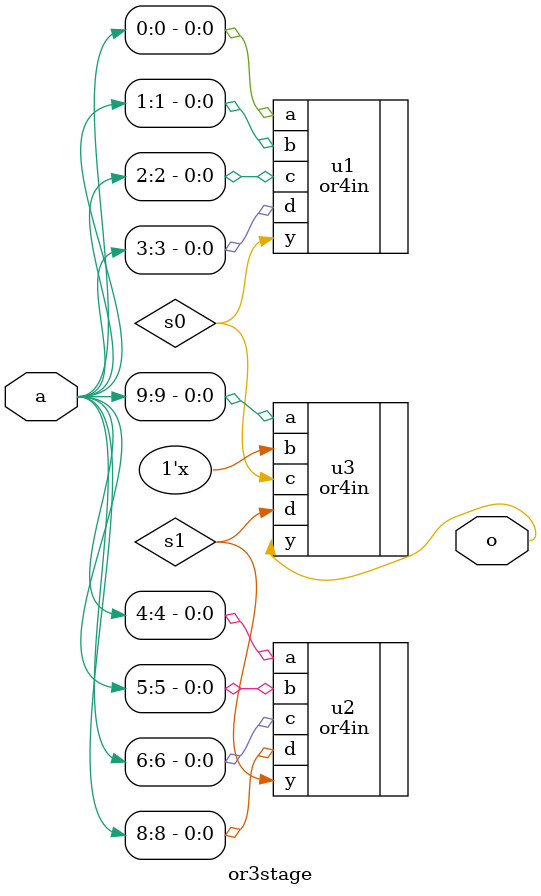
<source format=v>
`timescale 1ns / 1ps


module or3stage(
    input wire [9:0] a,
    output wire o);
    wire s0,s1;
    or4in u1 (
        .a(a[0]),
        .b(a[1]),
        .c(a[2]),
        .d(a[3]),
        .y(s0)
        );    
    or4in u2 (
        .a(a[4]),
        .b(a[5]),
        .c(a[6]),
        .d(a[8]),
        .y(s1)
        );
    or4in u3 (
        .a(a[9]),
        .b(a[10]),
        .c(s0),
        .d(s1),
        .y(o)
        );
endmodule

</source>
